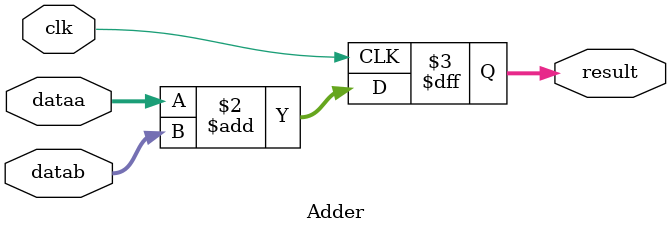
<source format=v>
module Adder
(
	input [7:0] dataa,
	input [7:0] datab,
	input clk,
	output reg [8:0] result
);

	always @ (posedge clk)
	begin
		result <= dataa + datab;
	end

endmodule

</source>
